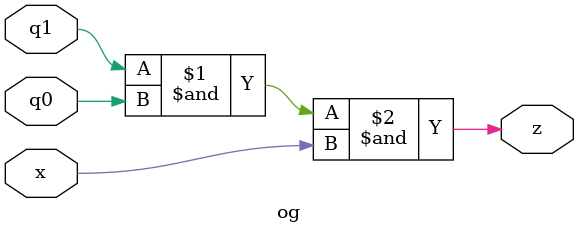
<source format=v>
module og(q1, q0, x, z);
    input q1, q0, x;
    output z;

    assign z = q1 & q0 & x;
endmodule


</source>
